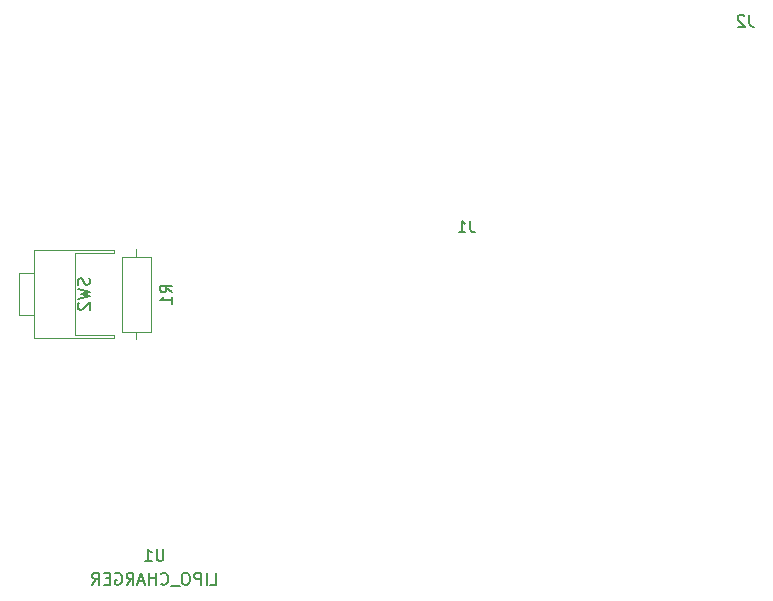
<source format=gbr>
G04 #@! TF.GenerationSoftware,KiCad,Pcbnew,(5.1.9-0-10_14)*
G04 #@! TF.CreationDate,2021-02-12T07:08:18-08:00*
G04 #@! TF.ProjectId,system,73797374-656d-42e6-9b69-6361645f7063,1.0-dev2*
G04 #@! TF.SameCoordinates,Original*
G04 #@! TF.FileFunction,Other,Fab,Bot*
%FSLAX46Y46*%
G04 Gerber Fmt 4.6, Leading zero omitted, Abs format (unit mm)*
G04 Created by KiCad (PCBNEW (5.1.9-0-10_14)) date 2021-02-12 07:08:18*
%MOMM*%
%LPD*%
G01*
G04 APERTURE LIST*
%ADD10C,0.100000*%
%ADD11C,0.150000*%
G04 APERTURE END LIST*
D10*
X110510000Y-114960000D02*
X113010000Y-114960000D01*
X113010000Y-114960000D02*
X113010000Y-121260000D01*
X113010000Y-121260000D02*
X110510000Y-121260000D01*
X110510000Y-121260000D02*
X110510000Y-114960000D01*
X111760000Y-114300000D02*
X111760000Y-114960000D01*
X111760000Y-121920000D02*
X111760000Y-121260000D01*
X101814000Y-116324000D02*
X103074000Y-116324000D01*
X101814000Y-119824000D02*
X103074000Y-119824000D01*
X101814000Y-116324000D02*
X101814000Y-119824000D01*
X109864000Y-121524000D02*
X106524000Y-121524000D01*
X109864000Y-114324000D02*
X109864000Y-114624000D01*
X106524000Y-114624000D02*
X106524000Y-121524000D01*
X109864000Y-121824000D02*
X103074000Y-121824000D01*
X103074000Y-114324000D02*
X103074000Y-121824000D01*
X109864000Y-114324000D02*
X103074000Y-114324000D01*
X109864000Y-121524000D02*
X109864000Y-121824000D01*
X109864000Y-114624000D02*
X106524000Y-114624000D01*
D11*
X140033333Y-111864480D02*
X140033333Y-112578766D01*
X140080952Y-112721623D01*
X140176190Y-112816861D01*
X140319047Y-112864480D01*
X140414285Y-112864480D01*
X139033333Y-112864480D02*
X139604761Y-112864480D01*
X139319047Y-112864480D02*
X139319047Y-111864480D01*
X139414285Y-112007338D01*
X139509523Y-112102576D01*
X139604761Y-112150195D01*
X163655333Y-94448380D02*
X163655333Y-95162666D01*
X163702952Y-95305523D01*
X163798190Y-95400761D01*
X163941047Y-95448380D01*
X164036285Y-95448380D01*
X163226761Y-94543619D02*
X163179142Y-94496000D01*
X163083904Y-94448380D01*
X162845809Y-94448380D01*
X162750571Y-94496000D01*
X162702952Y-94543619D01*
X162655333Y-94638857D01*
X162655333Y-94734095D01*
X162702952Y-94876952D01*
X163274380Y-95448380D01*
X162655333Y-95448380D01*
X114752380Y-117943333D02*
X114276190Y-117610000D01*
X114752380Y-117371904D02*
X113752380Y-117371904D01*
X113752380Y-117752857D01*
X113800000Y-117848095D01*
X113847619Y-117895714D01*
X113942857Y-117943333D01*
X114085714Y-117943333D01*
X114180952Y-117895714D01*
X114228571Y-117848095D01*
X114276190Y-117752857D01*
X114276190Y-117371904D01*
X114752380Y-118895714D02*
X114752380Y-118324285D01*
X114752380Y-118610000D02*
X113752380Y-118610000D01*
X113895238Y-118514761D01*
X113990476Y-118419523D01*
X114038095Y-118324285D01*
X107748761Y-116740666D02*
X107796380Y-116883523D01*
X107796380Y-117121619D01*
X107748761Y-117216857D01*
X107701142Y-117264476D01*
X107605904Y-117312095D01*
X107510666Y-117312095D01*
X107415428Y-117264476D01*
X107367809Y-117216857D01*
X107320190Y-117121619D01*
X107272571Y-116931142D01*
X107224952Y-116835904D01*
X107177333Y-116788285D01*
X107082095Y-116740666D01*
X106986857Y-116740666D01*
X106891619Y-116788285D01*
X106844000Y-116835904D01*
X106796380Y-116931142D01*
X106796380Y-117169238D01*
X106844000Y-117312095D01*
X106796380Y-117645428D02*
X107796380Y-117883523D01*
X107082095Y-118074000D01*
X107796380Y-118264476D01*
X106796380Y-118502571D01*
X106891619Y-118835904D02*
X106844000Y-118883523D01*
X106796380Y-118978761D01*
X106796380Y-119216857D01*
X106844000Y-119312095D01*
X106891619Y-119359714D01*
X106986857Y-119407333D01*
X107082095Y-119407333D01*
X107224952Y-119359714D01*
X107796380Y-118788285D01*
X107796380Y-119407333D01*
X114045904Y-139660380D02*
X114045904Y-140469904D01*
X113998285Y-140565142D01*
X113950666Y-140612761D01*
X113855428Y-140660380D01*
X113664952Y-140660380D01*
X113569714Y-140612761D01*
X113522095Y-140565142D01*
X113474476Y-140469904D01*
X113474476Y-139660380D01*
X112474476Y-140660380D02*
X113045904Y-140660380D01*
X112760190Y-140660380D02*
X112760190Y-139660380D01*
X112855428Y-139803238D01*
X112950666Y-139898476D01*
X113045904Y-139946095D01*
X118022095Y-142692380D02*
X118498285Y-142692380D01*
X118498285Y-141692380D01*
X117688761Y-142692380D02*
X117688761Y-141692380D01*
X117212571Y-142692380D02*
X117212571Y-141692380D01*
X116831619Y-141692380D01*
X116736380Y-141740000D01*
X116688761Y-141787619D01*
X116641142Y-141882857D01*
X116641142Y-142025714D01*
X116688761Y-142120952D01*
X116736380Y-142168571D01*
X116831619Y-142216190D01*
X117212571Y-142216190D01*
X116022095Y-141692380D02*
X115831619Y-141692380D01*
X115736380Y-141740000D01*
X115641142Y-141835238D01*
X115593523Y-142025714D01*
X115593523Y-142359047D01*
X115641142Y-142549523D01*
X115736380Y-142644761D01*
X115831619Y-142692380D01*
X116022095Y-142692380D01*
X116117333Y-142644761D01*
X116212571Y-142549523D01*
X116260190Y-142359047D01*
X116260190Y-142025714D01*
X116212571Y-141835238D01*
X116117333Y-141740000D01*
X116022095Y-141692380D01*
X115403047Y-142787619D02*
X114641142Y-142787619D01*
X113831619Y-142597142D02*
X113879238Y-142644761D01*
X114022095Y-142692380D01*
X114117333Y-142692380D01*
X114260190Y-142644761D01*
X114355428Y-142549523D01*
X114403047Y-142454285D01*
X114450666Y-142263809D01*
X114450666Y-142120952D01*
X114403047Y-141930476D01*
X114355428Y-141835238D01*
X114260190Y-141740000D01*
X114117333Y-141692380D01*
X114022095Y-141692380D01*
X113879238Y-141740000D01*
X113831619Y-141787619D01*
X113403047Y-142692380D02*
X113403047Y-141692380D01*
X113403047Y-142168571D02*
X112831619Y-142168571D01*
X112831619Y-142692380D02*
X112831619Y-141692380D01*
X112403047Y-142406666D02*
X111926857Y-142406666D01*
X112498285Y-142692380D02*
X112164952Y-141692380D01*
X111831619Y-142692380D01*
X110926857Y-142692380D02*
X111260190Y-142216190D01*
X111498285Y-142692380D02*
X111498285Y-141692380D01*
X111117333Y-141692380D01*
X111022095Y-141740000D01*
X110974476Y-141787619D01*
X110926857Y-141882857D01*
X110926857Y-142025714D01*
X110974476Y-142120952D01*
X111022095Y-142168571D01*
X111117333Y-142216190D01*
X111498285Y-142216190D01*
X109974476Y-141740000D02*
X110069714Y-141692380D01*
X110212571Y-141692380D01*
X110355428Y-141740000D01*
X110450666Y-141835238D01*
X110498285Y-141930476D01*
X110545904Y-142120952D01*
X110545904Y-142263809D01*
X110498285Y-142454285D01*
X110450666Y-142549523D01*
X110355428Y-142644761D01*
X110212571Y-142692380D01*
X110117333Y-142692380D01*
X109974476Y-142644761D01*
X109926857Y-142597142D01*
X109926857Y-142263809D01*
X110117333Y-142263809D01*
X109498285Y-142168571D02*
X109164952Y-142168571D01*
X109022095Y-142692380D02*
X109498285Y-142692380D01*
X109498285Y-141692380D01*
X109022095Y-141692380D01*
X108022095Y-142692380D02*
X108355428Y-142216190D01*
X108593523Y-142692380D02*
X108593523Y-141692380D01*
X108212571Y-141692380D01*
X108117333Y-141740000D01*
X108069714Y-141787619D01*
X108022095Y-141882857D01*
X108022095Y-142025714D01*
X108069714Y-142120952D01*
X108117333Y-142168571D01*
X108212571Y-142216190D01*
X108593523Y-142216190D01*
M02*

</source>
